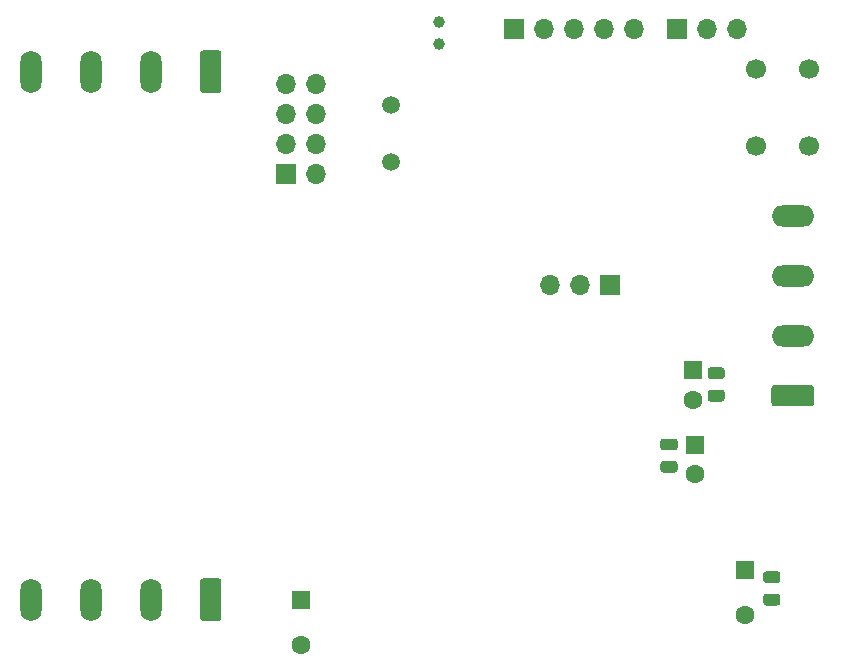
<source format=gbr>
%TF.GenerationSoftware,KiCad,Pcbnew,(5.1.12)-1*%
%TF.CreationDate,2022-08-10T11:31:23+05:30*%
%TF.ProjectId,AGV_SENSOR_PCB_2,4147565f-5345-44e5-934f-525f5043425f,rev?*%
%TF.SameCoordinates,Original*%
%TF.FileFunction,Soldermask,Bot*%
%TF.FilePolarity,Negative*%
%FSLAX46Y46*%
G04 Gerber Fmt 4.6, Leading zero omitted, Abs format (unit mm)*
G04 Created by KiCad (PCBNEW (5.1.12)-1) date 2022-08-10 11:31:23*
%MOMM*%
%LPD*%
G01*
G04 APERTURE LIST*
%ADD10C,1.600000*%
%ADD11R,1.600000X1.600000*%
%ADD12R,1.700000X1.700000*%
%ADD13O,1.700000X1.700000*%
%ADD14O,1.800000X3.600000*%
%ADD15O,3.600000X1.800000*%
%ADD16C,1.700000*%
%ADD17C,1.500000*%
%ADD18C,1.000000*%
G04 APERTURE END LIST*
D10*
%TO.C,C10*%
X142798800Y-123180000D03*
D11*
X142798800Y-119380000D03*
%TD*%
%TO.C,C12*%
X180340000Y-116840000D03*
D10*
X180340000Y-120640000D03*
%TD*%
%TO.C,C13*%
G36*
G01*
X182151000Y-116975000D02*
X183101000Y-116975000D01*
G75*
G02*
X183351000Y-117225000I0J-250000D01*
G01*
X183351000Y-117725000D01*
G75*
G02*
X183101000Y-117975000I-250000J0D01*
G01*
X182151000Y-117975000D01*
G75*
G02*
X181901000Y-117725000I0J250000D01*
G01*
X181901000Y-117225000D01*
G75*
G02*
X182151000Y-116975000I250000J0D01*
G01*
G37*
G36*
G01*
X182151000Y-118875000D02*
X183101000Y-118875000D01*
G75*
G02*
X183351000Y-119125000I0J-250000D01*
G01*
X183351000Y-119625000D01*
G75*
G02*
X183101000Y-119875000I-250000J0D01*
G01*
X182151000Y-119875000D01*
G75*
G02*
X181901000Y-119625000I0J250000D01*
G01*
X181901000Y-119125000D01*
G75*
G02*
X182151000Y-118875000I250000J0D01*
G01*
G37*
%TD*%
%TO.C,C16*%
G36*
G01*
X177452000Y-101605500D02*
X178402000Y-101605500D01*
G75*
G02*
X178652000Y-101855500I0J-250000D01*
G01*
X178652000Y-102355500D01*
G75*
G02*
X178402000Y-102605500I-250000J0D01*
G01*
X177452000Y-102605500D01*
G75*
G02*
X177202000Y-102355500I0J250000D01*
G01*
X177202000Y-101855500D01*
G75*
G02*
X177452000Y-101605500I250000J0D01*
G01*
G37*
G36*
G01*
X177452000Y-99705500D02*
X178402000Y-99705500D01*
G75*
G02*
X178652000Y-99955500I0J-250000D01*
G01*
X178652000Y-100455500D01*
G75*
G02*
X178402000Y-100705500I-250000J0D01*
G01*
X177452000Y-100705500D01*
G75*
G02*
X177202000Y-100455500I0J250000D01*
G01*
X177202000Y-99955500D01*
G75*
G02*
X177452000Y-99705500I250000J0D01*
G01*
G37*
%TD*%
D11*
%TO.C,C17*%
X176085500Y-106275500D03*
D10*
X176085500Y-108775500D03*
%TD*%
%TO.C,C18*%
X175958500Y-102449000D03*
D11*
X175958500Y-99949000D03*
%TD*%
%TO.C,C19*%
G36*
G01*
X173451500Y-105738000D02*
X174401500Y-105738000D01*
G75*
G02*
X174651500Y-105988000I0J-250000D01*
G01*
X174651500Y-106488000D01*
G75*
G02*
X174401500Y-106738000I-250000J0D01*
G01*
X173451500Y-106738000D01*
G75*
G02*
X173201500Y-106488000I0J250000D01*
G01*
X173201500Y-105988000D01*
G75*
G02*
X173451500Y-105738000I250000J0D01*
G01*
G37*
G36*
G01*
X173451500Y-107638000D02*
X174401500Y-107638000D01*
G75*
G02*
X174651500Y-107888000I0J-250000D01*
G01*
X174651500Y-108388000D01*
G75*
G02*
X174401500Y-108638000I-250000J0D01*
G01*
X173451500Y-108638000D01*
G75*
G02*
X173201500Y-108388000I0J250000D01*
G01*
X173201500Y-107888000D01*
G75*
G02*
X173451500Y-107638000I250000J0D01*
G01*
G37*
%TD*%
D12*
%TO.C,J1*%
X174625000Y-71056500D03*
D13*
X177165000Y-71056500D03*
X179705000Y-71056500D03*
%TD*%
D14*
%TO.C,J2*%
X119888000Y-119380000D03*
X124968000Y-119380000D03*
X130048000Y-119380000D03*
G36*
G01*
X136028000Y-117830000D02*
X136028000Y-120930000D01*
G75*
G02*
X135778000Y-121180000I-250000J0D01*
G01*
X134478000Y-121180000D01*
G75*
G02*
X134228000Y-120930000I0J250000D01*
G01*
X134228000Y-117830000D01*
G75*
G02*
X134478000Y-117580000I250000J0D01*
G01*
X135778000Y-117580000D01*
G75*
G02*
X136028000Y-117830000I0J-250000D01*
G01*
G37*
%TD*%
%TO.C,J3*%
G36*
G01*
X136028000Y-73126000D02*
X136028000Y-76226000D01*
G75*
G02*
X135778000Y-76476000I-250000J0D01*
G01*
X134478000Y-76476000D01*
G75*
G02*
X134228000Y-76226000I0J250000D01*
G01*
X134228000Y-73126000D01*
G75*
G02*
X134478000Y-72876000I250000J0D01*
G01*
X135778000Y-72876000D01*
G75*
G02*
X136028000Y-73126000I0J-250000D01*
G01*
G37*
X130048000Y-74676000D03*
X124968000Y-74676000D03*
X119888000Y-74676000D03*
%TD*%
%TO.C,J5*%
G36*
G01*
X185954000Y-103008000D02*
X182854000Y-103008000D01*
G75*
G02*
X182604000Y-102758000I0J250000D01*
G01*
X182604000Y-101458000D01*
G75*
G02*
X182854000Y-101208000I250000J0D01*
G01*
X185954000Y-101208000D01*
G75*
G02*
X186204000Y-101458000I0J-250000D01*
G01*
X186204000Y-102758000D01*
G75*
G02*
X185954000Y-103008000I-250000J0D01*
G01*
G37*
D15*
X184404000Y-97028000D03*
X184404000Y-91948000D03*
X184404000Y-86868000D03*
%TD*%
D16*
%TO.C,SW1*%
X185792500Y-74462500D03*
X185792500Y-80962500D03*
X181292500Y-74462500D03*
X181292500Y-80962500D03*
%TD*%
D17*
%TO.C,Y1*%
X150368000Y-77470000D03*
X150368000Y-82350000D03*
%TD*%
D18*
%TO.C,Y2*%
X154432000Y-72326500D03*
X154432000Y-70426500D03*
%TD*%
D12*
%TO.C,J4*%
X160782000Y-71056500D03*
D13*
X163322000Y-71056500D03*
X165862000Y-71056500D03*
X168402000Y-71056500D03*
X170942000Y-71056500D03*
%TD*%
D12*
%TO.C,J6*%
X141478000Y-83312000D03*
D13*
X144018000Y-83312000D03*
X141478000Y-80772000D03*
X144018000Y-80772000D03*
X141478000Y-78232000D03*
X144018000Y-78232000D03*
X141478000Y-75692000D03*
X144018000Y-75692000D03*
%TD*%
D12*
%TO.C,J7*%
X168910000Y-92710000D03*
D13*
X166370000Y-92710000D03*
X163830000Y-92710000D03*
%TD*%
M02*

</source>
